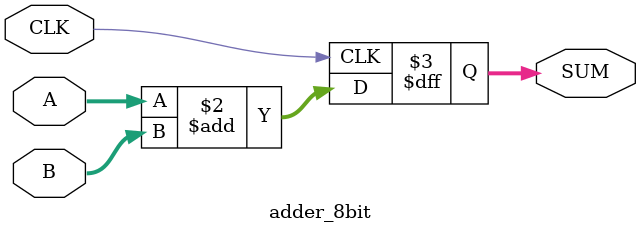
<source format=v>
`timescale 1ns / 1ps


module adder_8bit(
    input CLK,
    input [7:0] A,
    input [7:0] B,
    output reg [8:0] SUM
    );
    
    always@(posedge CLK)
    begin
    SUM = A+B;
    end
endmodule

</source>
